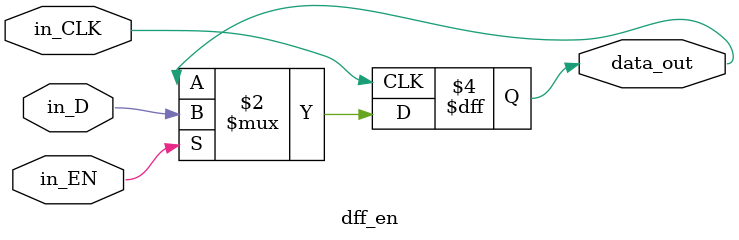
<source format=v>

module dff_en(
	input in_D, in_EN, in_CLK,
	output reg data_out
	);
	always @ (posedge in_CLK)
		if(in_EN)
			data_out<=in_D;

endmodule
</source>
